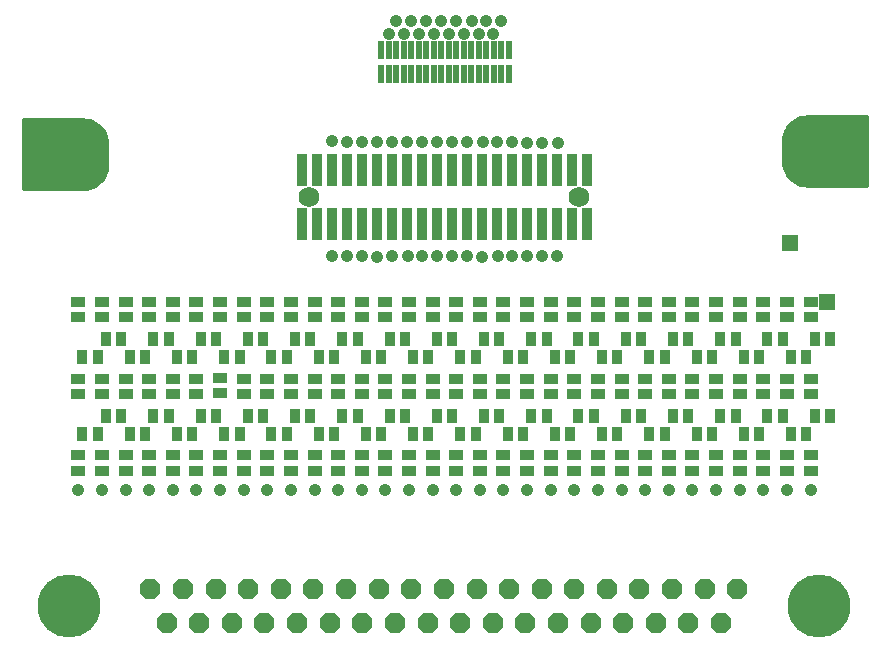
<source format=gts>
G75*
%MOIN*%
%OFA0B0*%
%FSLAX25Y25*%
%IPPOS*%
%LPD*%
%AMOC8*
5,1,8,0,0,1.08239X$1,22.5*
%
%ADD10C,0.01600*%
%ADD11OC8,0.06984*%
%ADD12C,0.20984*%
%ADD13R,0.04528X0.03740*%
%ADD14R,0.03740X0.04528*%
%ADD15R,0.02484X0.05984*%
%ADD16R,0.03346X0.10827*%
%ADD17C,0.06921*%
%ADD18C,0.04165*%
%ADD19R,0.05346X0.05346*%
D10*
X0065508Y0176091D02*
X0065508Y0198591D01*
X0085134Y0198591D01*
X0086366Y0198494D01*
X0087567Y0198206D01*
X0088709Y0197733D01*
X0089762Y0197088D01*
X0090702Y0196285D01*
X0091504Y0195346D01*
X0092150Y0194292D01*
X0092622Y0193151D01*
X0092911Y0191949D01*
X0093008Y0190717D01*
X0093008Y0183965D01*
X0092911Y0182734D01*
X0092622Y0181532D01*
X0092150Y0180391D01*
X0091504Y0179337D01*
X0090702Y0178398D01*
X0089762Y0177595D01*
X0088709Y0176950D01*
X0087567Y0176477D01*
X0086366Y0176188D01*
X0085134Y0176091D01*
X0065508Y0176091D01*
X0065508Y0176269D02*
X0065508Y0198769D01*
X0085134Y0198769D01*
X0086366Y0198672D01*
X0087567Y0198383D01*
X0088709Y0197910D01*
X0089762Y0197265D01*
X0090702Y0196462D01*
X0091504Y0195523D01*
X0092150Y0194469D01*
X0092622Y0193328D01*
X0092911Y0192126D01*
X0093008Y0190894D01*
X0093008Y0184143D01*
X0092911Y0182911D01*
X0092622Y0181709D01*
X0092150Y0180568D01*
X0091504Y0179514D01*
X0090702Y0178575D01*
X0089762Y0177772D01*
X0088709Y0177127D01*
X0087567Y0176654D01*
X0086366Y0176365D01*
X0085134Y0176269D01*
X0065508Y0176269D01*
X0065508Y0177536D02*
X0089376Y0177536D01*
X0089665Y0177536D02*
X0065508Y0177536D01*
X0065508Y0179134D02*
X0091179Y0179134D01*
X0091331Y0179134D02*
X0065508Y0179134D01*
X0065508Y0180733D02*
X0092218Y0180733D01*
X0092291Y0180733D02*
X0065508Y0180733D01*
X0065508Y0182331D02*
X0092772Y0182331D01*
X0092814Y0182331D02*
X0065508Y0182331D01*
X0065508Y0183930D02*
X0092991Y0183930D01*
X0093005Y0183930D02*
X0065508Y0183930D01*
X0065508Y0185528D02*
X0093008Y0185528D01*
X0065508Y0185528D01*
X0065508Y0187127D02*
X0093008Y0187127D01*
X0065508Y0187127D01*
X0065508Y0188725D02*
X0093008Y0188725D01*
X0065508Y0188725D01*
X0065508Y0190324D02*
X0093008Y0190324D01*
X0065508Y0190324D01*
X0065508Y0191922D02*
X0092927Y0191922D01*
X0092913Y0191922D02*
X0065508Y0191922D01*
X0065508Y0193521D02*
X0092543Y0193521D01*
X0092469Y0193521D02*
X0065508Y0193521D01*
X0065508Y0195119D02*
X0091751Y0195119D01*
X0091643Y0195119D02*
X0065508Y0195119D01*
X0065508Y0196718D02*
X0090402Y0196718D01*
X0090195Y0196718D02*
X0065508Y0196718D01*
X0065508Y0198316D02*
X0087728Y0198316D01*
X0087107Y0198316D02*
X0065508Y0198316D01*
X0318953Y0191898D02*
X0318953Y0185146D01*
X0319050Y0183915D01*
X0319338Y0182713D01*
X0319811Y0181572D01*
X0320457Y0180518D01*
X0321259Y0179579D01*
X0322199Y0178776D01*
X0323252Y0178131D01*
X0324394Y0177658D01*
X0325595Y0177369D01*
X0326827Y0177272D01*
X0346453Y0177272D01*
X0346453Y0199772D01*
X0326827Y0199772D01*
X0325595Y0199676D01*
X0324394Y0199387D01*
X0323252Y0198914D01*
X0322199Y0198269D01*
X0321259Y0197466D01*
X0320457Y0196527D01*
X0319811Y0195473D01*
X0319338Y0194332D01*
X0319050Y0193130D01*
X0318953Y0191898D01*
X0318955Y0191922D02*
X0346453Y0191922D01*
X0346453Y0190324D02*
X0318953Y0190324D01*
X0318953Y0188725D02*
X0346453Y0188725D01*
X0346453Y0187127D02*
X0318953Y0187127D01*
X0318953Y0185528D02*
X0346453Y0185528D01*
X0346453Y0183930D02*
X0319049Y0183930D01*
X0319496Y0182331D02*
X0346453Y0182331D01*
X0346453Y0180733D02*
X0320325Y0180733D01*
X0321779Y0179134D02*
X0346453Y0179134D01*
X0346453Y0177536D02*
X0324902Y0177536D01*
X0319143Y0193521D02*
X0346453Y0193521D01*
X0346453Y0195119D02*
X0319664Y0195119D01*
X0320620Y0196718D02*
X0346453Y0196718D01*
X0346453Y0198316D02*
X0322276Y0198316D01*
D11*
X0303400Y0042467D03*
X0292600Y0042467D03*
X0281700Y0042467D03*
X0270800Y0042467D03*
X0260000Y0042467D03*
X0249100Y0042467D03*
X0238200Y0042467D03*
X0227300Y0042467D03*
X0216500Y0042467D03*
X0205600Y0042467D03*
X0194700Y0042467D03*
X0183900Y0042467D03*
X0173000Y0042467D03*
X0162100Y0042467D03*
X0151300Y0042467D03*
X0140400Y0042467D03*
X0129500Y0042467D03*
X0118700Y0042467D03*
X0107800Y0042467D03*
X0113200Y0031267D03*
X0124100Y0031267D03*
X0135000Y0031267D03*
X0145800Y0031267D03*
X0156700Y0031267D03*
X0167600Y0031267D03*
X0178400Y0031267D03*
X0189300Y0031267D03*
X0200200Y0031267D03*
X0211000Y0031267D03*
X0221900Y0031267D03*
X0232800Y0031267D03*
X0243700Y0031267D03*
X0254500Y0031267D03*
X0265400Y0031267D03*
X0276300Y0031267D03*
X0287100Y0031267D03*
X0298000Y0031267D03*
D12*
X0080600Y0036867D03*
X0330600Y0036867D03*
D13*
X0327831Y0081918D03*
X0327831Y0087036D03*
X0319957Y0087036D03*
X0319957Y0081918D03*
X0312083Y0081918D03*
X0312083Y0087036D03*
X0304209Y0087036D03*
X0304209Y0081918D03*
X0296335Y0081918D03*
X0296335Y0087036D03*
X0288461Y0087036D03*
X0288461Y0081918D03*
X0280587Y0081918D03*
X0280587Y0087036D03*
X0272713Y0087036D03*
X0272713Y0081918D03*
X0264839Y0081918D03*
X0264839Y0087036D03*
X0256965Y0087036D03*
X0256965Y0081918D03*
X0249091Y0081918D03*
X0249091Y0087036D03*
X0241217Y0087036D03*
X0241217Y0081918D03*
X0233343Y0081918D03*
X0233343Y0087036D03*
X0225469Y0087036D03*
X0225469Y0081918D03*
X0217594Y0081918D03*
X0217594Y0087036D03*
X0209720Y0087036D03*
X0209720Y0081918D03*
X0201846Y0081918D03*
X0201846Y0087036D03*
X0193972Y0087036D03*
X0193972Y0081918D03*
X0186098Y0081918D03*
X0186098Y0087036D03*
X0178224Y0087036D03*
X0178224Y0081918D03*
X0170350Y0081918D03*
X0170350Y0087036D03*
X0162476Y0087036D03*
X0162476Y0081918D03*
X0154602Y0081918D03*
X0154602Y0087036D03*
X0146728Y0087036D03*
X0146728Y0081918D03*
X0138854Y0081918D03*
X0138854Y0087036D03*
X0130980Y0087036D03*
X0130980Y0081918D03*
X0123106Y0081918D03*
X0123106Y0087036D03*
X0115232Y0087036D03*
X0115232Y0081918D03*
X0107358Y0081918D03*
X0107358Y0087036D03*
X0099484Y0087036D03*
X0099484Y0081918D03*
X0091610Y0081918D03*
X0091610Y0087036D03*
X0083736Y0087036D03*
X0083736Y0081918D03*
X0083736Y0107509D03*
X0083736Y0112627D03*
X0091610Y0112627D03*
X0091610Y0107509D03*
X0099484Y0107509D03*
X0099484Y0112627D03*
X0107358Y0112627D03*
X0107358Y0107509D03*
X0115232Y0107509D03*
X0115232Y0112627D03*
X0123106Y0112627D03*
X0123106Y0107509D03*
X0130980Y0107902D03*
X0130980Y0113020D03*
X0138854Y0112627D03*
X0138854Y0107509D03*
X0146728Y0107509D03*
X0146728Y0112627D03*
X0154602Y0112627D03*
X0154602Y0107509D03*
X0162476Y0107509D03*
X0162476Y0112627D03*
X0170350Y0112627D03*
X0170350Y0107509D03*
X0178224Y0107509D03*
X0178224Y0112627D03*
X0186098Y0112627D03*
X0186098Y0107509D03*
X0193972Y0107509D03*
X0193972Y0112627D03*
X0201846Y0112627D03*
X0201846Y0107509D03*
X0209720Y0107509D03*
X0209720Y0112627D03*
X0217594Y0112627D03*
X0217594Y0107509D03*
X0225469Y0107509D03*
X0225469Y0112627D03*
X0233343Y0112627D03*
X0233343Y0107509D03*
X0241217Y0107509D03*
X0241217Y0112627D03*
X0249091Y0112627D03*
X0249091Y0107509D03*
X0256965Y0107509D03*
X0256965Y0112627D03*
X0264839Y0112627D03*
X0264839Y0107509D03*
X0272713Y0107509D03*
X0272713Y0112627D03*
X0280587Y0112627D03*
X0280587Y0107509D03*
X0288461Y0107509D03*
X0288461Y0112627D03*
X0296335Y0112627D03*
X0296335Y0107509D03*
X0304209Y0107509D03*
X0304209Y0112627D03*
X0312083Y0112627D03*
X0312083Y0107509D03*
X0319957Y0107509D03*
X0319957Y0112627D03*
X0327831Y0112627D03*
X0327831Y0107509D03*
X0327831Y0133099D03*
X0327831Y0138217D03*
X0319957Y0138217D03*
X0319957Y0133099D03*
X0312083Y0133099D03*
X0312083Y0138217D03*
X0304209Y0138217D03*
X0304209Y0133099D03*
X0296335Y0133099D03*
X0296335Y0138217D03*
X0288461Y0138217D03*
X0288461Y0133099D03*
X0280587Y0133099D03*
X0280587Y0138217D03*
X0272713Y0138217D03*
X0272713Y0133099D03*
X0264839Y0133099D03*
X0264839Y0138217D03*
X0256965Y0138217D03*
X0256965Y0133099D03*
X0249091Y0133099D03*
X0249091Y0138217D03*
X0241217Y0138217D03*
X0241217Y0133099D03*
X0233343Y0133099D03*
X0233343Y0138217D03*
X0225469Y0138217D03*
X0225469Y0133099D03*
X0217594Y0133099D03*
X0217594Y0138217D03*
X0209720Y0138217D03*
X0209720Y0133099D03*
X0201846Y0133099D03*
X0201846Y0138217D03*
X0193972Y0138217D03*
X0193972Y0133099D03*
X0186098Y0133099D03*
X0186098Y0138217D03*
X0178224Y0138217D03*
X0178224Y0133099D03*
X0170350Y0133099D03*
X0170350Y0138217D03*
X0162476Y0138217D03*
X0162476Y0133099D03*
X0154602Y0133099D03*
X0154602Y0138217D03*
X0146728Y0138217D03*
X0146728Y0133099D03*
X0138854Y0133099D03*
X0138854Y0138217D03*
X0130980Y0138217D03*
X0130980Y0133099D03*
X0123106Y0133099D03*
X0123106Y0138217D03*
X0115232Y0138217D03*
X0115232Y0133099D03*
X0107358Y0133099D03*
X0107358Y0138217D03*
X0099484Y0138217D03*
X0099484Y0133099D03*
X0091610Y0133099D03*
X0091610Y0138217D03*
X0083736Y0138217D03*
X0083736Y0133099D03*
D14*
X0092988Y0125816D03*
X0098106Y0125816D03*
X0100862Y0119910D03*
X0105980Y0119910D03*
X0108736Y0125816D03*
X0113854Y0125816D03*
X0116610Y0119910D03*
X0121728Y0119910D03*
X0124484Y0125816D03*
X0129602Y0125816D03*
X0132358Y0119910D03*
X0137476Y0119910D03*
X0140232Y0125816D03*
X0145350Y0125816D03*
X0148106Y0119910D03*
X0153224Y0119910D03*
X0155980Y0125816D03*
X0161098Y0125816D03*
X0163854Y0119910D03*
X0168972Y0119910D03*
X0171728Y0125816D03*
X0176846Y0125816D03*
X0179602Y0119910D03*
X0184720Y0119910D03*
X0187476Y0125816D03*
X0192594Y0125816D03*
X0195350Y0119910D03*
X0200469Y0119910D03*
X0203224Y0125816D03*
X0208343Y0125816D03*
X0211098Y0119910D03*
X0216217Y0119910D03*
X0218972Y0125816D03*
X0224091Y0125816D03*
X0226846Y0119910D03*
X0231965Y0119910D03*
X0234720Y0125816D03*
X0239839Y0125816D03*
X0242594Y0119910D03*
X0247713Y0119910D03*
X0250469Y0125816D03*
X0255587Y0125816D03*
X0258343Y0119910D03*
X0263461Y0119910D03*
X0266217Y0125816D03*
X0271335Y0125816D03*
X0274091Y0119910D03*
X0279209Y0119910D03*
X0281965Y0125816D03*
X0287083Y0125816D03*
X0289839Y0119910D03*
X0294957Y0119910D03*
X0297713Y0125816D03*
X0302831Y0125816D03*
X0305587Y0119910D03*
X0310705Y0119910D03*
X0313461Y0125816D03*
X0318579Y0125816D03*
X0321335Y0119910D03*
X0326453Y0119910D03*
X0329209Y0125816D03*
X0334327Y0125816D03*
X0334327Y0100225D03*
X0329209Y0100225D03*
X0326453Y0094320D03*
X0321335Y0094320D03*
X0318579Y0100225D03*
X0313461Y0100225D03*
X0310705Y0094320D03*
X0305587Y0094320D03*
X0302831Y0100225D03*
X0297713Y0100225D03*
X0294957Y0094320D03*
X0289839Y0094320D03*
X0287083Y0100225D03*
X0281965Y0100225D03*
X0279209Y0094320D03*
X0274091Y0094320D03*
X0271335Y0100225D03*
X0266217Y0100225D03*
X0263461Y0094320D03*
X0258343Y0094320D03*
X0255587Y0100225D03*
X0250469Y0100225D03*
X0247713Y0094320D03*
X0242594Y0094320D03*
X0239839Y0100225D03*
X0234720Y0100225D03*
X0231965Y0094320D03*
X0226846Y0094320D03*
X0224091Y0100225D03*
X0218972Y0100225D03*
X0216217Y0094320D03*
X0211098Y0094320D03*
X0208343Y0100225D03*
X0203224Y0100225D03*
X0200469Y0094320D03*
X0195350Y0094320D03*
X0192594Y0100225D03*
X0187476Y0100225D03*
X0184720Y0094320D03*
X0179602Y0094320D03*
X0176846Y0100225D03*
X0171728Y0100225D03*
X0168972Y0094320D03*
X0163854Y0094320D03*
X0161098Y0100225D03*
X0155980Y0100225D03*
X0153224Y0094320D03*
X0148106Y0094320D03*
X0145350Y0100225D03*
X0140232Y0100225D03*
X0137476Y0094320D03*
X0132358Y0094320D03*
X0129602Y0100225D03*
X0124484Y0100225D03*
X0121728Y0094320D03*
X0116610Y0094320D03*
X0113854Y0100225D03*
X0108736Y0100225D03*
X0105980Y0094320D03*
X0100862Y0094320D03*
X0098106Y0100225D03*
X0092988Y0100225D03*
X0090232Y0094320D03*
X0085114Y0094320D03*
X0085114Y0119910D03*
X0090232Y0119910D03*
D15*
X0184730Y0214139D03*
X0187230Y0214139D03*
X0189730Y0214139D03*
X0192230Y0214139D03*
X0194730Y0214139D03*
X0197230Y0214139D03*
X0199730Y0214139D03*
X0202230Y0214139D03*
X0204730Y0214139D03*
X0207230Y0214139D03*
X0209730Y0214139D03*
X0212230Y0214139D03*
X0214730Y0214139D03*
X0217230Y0214139D03*
X0219730Y0214139D03*
X0222230Y0214139D03*
X0224730Y0214139D03*
X0227230Y0214139D03*
X0227230Y0222139D03*
X0224730Y0222139D03*
X0222230Y0222139D03*
X0219730Y0222139D03*
X0217230Y0222139D03*
X0214730Y0222139D03*
X0212230Y0222139D03*
X0209730Y0222139D03*
X0207230Y0222139D03*
X0204730Y0222139D03*
X0202230Y0222139D03*
X0199730Y0222139D03*
X0197230Y0222139D03*
X0194730Y0222139D03*
X0192230Y0222139D03*
X0189730Y0222139D03*
X0187230Y0222139D03*
X0184730Y0222139D03*
D16*
X0183244Y0182213D03*
X0178244Y0182213D03*
X0173244Y0182213D03*
X0168244Y0182213D03*
X0163244Y0182213D03*
X0158244Y0182213D03*
X0158244Y0164300D03*
X0163244Y0164300D03*
X0168244Y0164300D03*
X0173244Y0164300D03*
X0178244Y0164300D03*
X0183244Y0164300D03*
X0188244Y0164300D03*
X0193244Y0164300D03*
X0198244Y0164300D03*
X0203244Y0164300D03*
X0208244Y0164300D03*
X0213244Y0164300D03*
X0218244Y0164300D03*
X0223244Y0164300D03*
X0228244Y0164300D03*
X0233244Y0164300D03*
X0238244Y0164300D03*
X0243244Y0164300D03*
X0248244Y0164300D03*
X0253244Y0164300D03*
X0253244Y0182213D03*
X0248244Y0182213D03*
X0243244Y0182213D03*
X0238244Y0182213D03*
X0233244Y0182213D03*
X0228244Y0182213D03*
X0223244Y0182213D03*
X0218244Y0182213D03*
X0213244Y0182213D03*
X0208244Y0182213D03*
X0203244Y0182213D03*
X0198244Y0182213D03*
X0193244Y0182213D03*
X0188244Y0182213D03*
D17*
X0160744Y0173257D03*
X0250744Y0173257D03*
D18*
X0243579Y0191170D03*
X0238461Y0191170D03*
X0233343Y0191170D03*
X0228421Y0191367D03*
X0223303Y0191564D03*
X0218579Y0191564D03*
X0213461Y0191662D03*
X0208343Y0191662D03*
X0203421Y0191662D03*
X0198303Y0191662D03*
X0193382Y0191662D03*
X0188461Y0191662D03*
X0183343Y0191662D03*
X0178224Y0191662D03*
X0173303Y0191662D03*
X0168382Y0191761D03*
X0168382Y0153375D03*
X0173303Y0153375D03*
X0178224Y0153375D03*
X0183146Y0153178D03*
X0188264Y0153375D03*
X0193480Y0153375D03*
X0198402Y0153375D03*
X0203323Y0153375D03*
X0208244Y0153375D03*
X0213165Y0153375D03*
X0218382Y0153178D03*
X0223500Y0153375D03*
X0228421Y0153375D03*
X0233343Y0153375D03*
X0238461Y0153375D03*
X0243382Y0153375D03*
X0222122Y0227391D03*
X0219563Y0231721D03*
X0214839Y0231721D03*
X0217201Y0227391D03*
X0212280Y0227391D03*
X0209720Y0231721D03*
X0204799Y0231721D03*
X0207161Y0227391D03*
X0202240Y0227391D03*
X0197319Y0227391D03*
X0199681Y0231721D03*
X0194760Y0231721D03*
X0192201Y0227391D03*
X0187280Y0227391D03*
X0189642Y0231721D03*
X0224681Y0231721D03*
X0225469Y0075619D03*
X0233343Y0075619D03*
X0241217Y0075619D03*
X0249091Y0075619D03*
X0256965Y0075619D03*
X0264839Y0075619D03*
X0272713Y0075619D03*
X0280587Y0075619D03*
X0288461Y0075619D03*
X0296335Y0075619D03*
X0304209Y0075619D03*
X0312083Y0075619D03*
X0319957Y0075619D03*
X0327831Y0075619D03*
X0217594Y0075619D03*
X0209720Y0075619D03*
X0201846Y0075619D03*
X0193972Y0075619D03*
X0186098Y0075619D03*
X0178224Y0075619D03*
X0170350Y0075619D03*
X0162476Y0075619D03*
X0154602Y0075619D03*
X0146728Y0075619D03*
X0138854Y0075619D03*
X0130980Y0075619D03*
X0123106Y0075619D03*
X0115232Y0075619D03*
X0107358Y0075619D03*
X0099484Y0075619D03*
X0091610Y0075619D03*
X0083736Y0075619D03*
D19*
X0320941Y0157804D03*
X0333244Y0138119D03*
M02*

</source>
